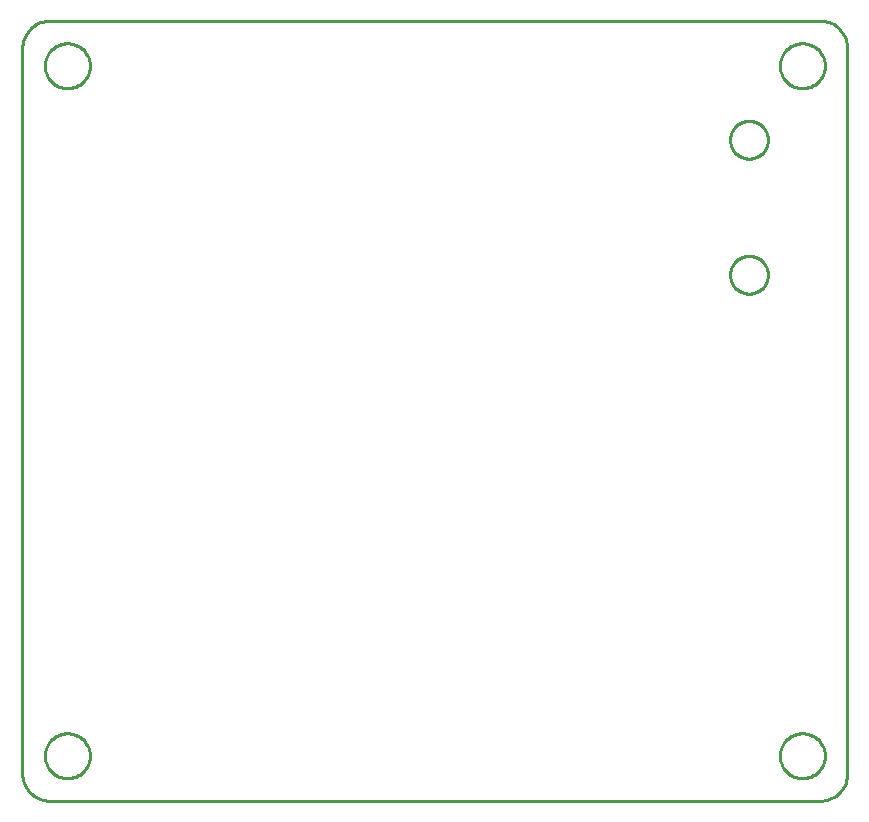
<source format=gbr>
G04 EAGLE Gerber X2 export*
%TF.Part,Single*%
%TF.FileFunction,Profile,NP*%
%TF.FilePolarity,Positive*%
%TF.GenerationSoftware,Autodesk,EAGLE,9.1.1*%
%TF.CreationDate,2018-08-07T16:54:33Z*%
G75*
%MOMM*%
%FSLAX34Y34*%
%LPD*%
%AMOC8*
5,1,8,0,0,1.08239X$1,22.5*%
G01*
%ADD10C,0.254000*%


D10*
X0Y25400D02*
X-89Y23357D01*
X0Y21313D01*
X267Y19285D01*
X710Y17288D01*
X1325Y15338D01*
X2107Y13448D01*
X3052Y11634D01*
X4151Y9909D01*
X5396Y8286D01*
X6778Y6778D01*
X8286Y5396D01*
X9909Y4151D01*
X11634Y3052D01*
X13448Y2107D01*
X15338Y1325D01*
X17288Y710D01*
X19285Y267D01*
X21313Y0D01*
X23357Y-89D01*
X25400Y0D01*
X673100Y0D01*
X675143Y-89D01*
X677187Y0D01*
X679215Y267D01*
X681212Y710D01*
X683162Y1325D01*
X685052Y2107D01*
X686866Y3052D01*
X688591Y4151D01*
X690214Y5396D01*
X691722Y6778D01*
X693104Y8286D01*
X694349Y9909D01*
X695448Y11634D01*
X696393Y13448D01*
X697175Y15338D01*
X697790Y17288D01*
X698233Y19285D01*
X698500Y21313D01*
X698589Y23357D01*
X698500Y25400D01*
X698500Y635000D01*
X698589Y637043D01*
X698500Y639087D01*
X698233Y641115D01*
X697790Y643112D01*
X697175Y645062D01*
X696393Y646952D01*
X695448Y648766D01*
X694349Y650491D01*
X693104Y652114D01*
X691722Y653622D01*
X690214Y655004D01*
X688591Y656249D01*
X686866Y657348D01*
X685052Y658293D01*
X683162Y659075D01*
X681212Y659690D01*
X679215Y660133D01*
X677187Y660400D01*
X675143Y660489D01*
X673100Y660400D01*
X25400Y660400D01*
X23357Y660489D01*
X21313Y660400D01*
X19285Y660133D01*
X17288Y659690D01*
X15338Y659075D01*
X13448Y658293D01*
X11634Y657348D01*
X9909Y656249D01*
X8286Y655004D01*
X6778Y653622D01*
X5396Y652114D01*
X4151Y650491D01*
X3052Y648766D01*
X2107Y646952D01*
X1325Y645062D01*
X710Y643112D01*
X267Y641115D01*
X0Y639087D01*
X-89Y637043D01*
X0Y635000D01*
X0Y25400D01*
X57100Y621726D02*
X57031Y620580D01*
X56892Y619440D01*
X56685Y618310D01*
X56411Y617196D01*
X56069Y616099D01*
X55662Y615026D01*
X55190Y613979D01*
X54657Y612962D01*
X54063Y611979D01*
X53411Y611034D01*
X52702Y610130D01*
X51941Y609271D01*
X51129Y608459D01*
X50270Y607698D01*
X49366Y606989D01*
X48421Y606337D01*
X47438Y605743D01*
X46421Y605210D01*
X45374Y604738D01*
X44301Y604331D01*
X43204Y603990D01*
X42090Y603715D01*
X40960Y603508D01*
X39820Y603369D01*
X38674Y603300D01*
X37526Y603300D01*
X36380Y603369D01*
X35240Y603508D01*
X34110Y603715D01*
X32996Y603990D01*
X31899Y604331D01*
X30826Y604738D01*
X29779Y605210D01*
X28762Y605743D01*
X27779Y606337D01*
X26834Y606989D01*
X25930Y607698D01*
X25071Y608459D01*
X24259Y609271D01*
X23498Y610130D01*
X22789Y611034D01*
X22137Y611979D01*
X21543Y612962D01*
X21010Y613979D01*
X20538Y615026D01*
X20131Y616099D01*
X19790Y617196D01*
X19515Y618310D01*
X19308Y619440D01*
X19169Y620580D01*
X19100Y621726D01*
X19100Y622874D01*
X19169Y624020D01*
X19308Y625160D01*
X19515Y626290D01*
X19790Y627404D01*
X20131Y628501D01*
X20538Y629574D01*
X21010Y630621D01*
X21543Y631638D01*
X22137Y632621D01*
X22789Y633566D01*
X23498Y634470D01*
X24259Y635329D01*
X25071Y636141D01*
X25930Y636902D01*
X26834Y637611D01*
X27779Y638263D01*
X28762Y638857D01*
X29779Y639390D01*
X30826Y639862D01*
X31899Y640269D01*
X32996Y640611D01*
X34110Y640885D01*
X35240Y641092D01*
X36380Y641231D01*
X37526Y641300D01*
X38674Y641300D01*
X39820Y641231D01*
X40960Y641092D01*
X42090Y640885D01*
X43204Y640611D01*
X44301Y640269D01*
X45374Y639862D01*
X46421Y639390D01*
X47438Y638857D01*
X48421Y638263D01*
X49366Y637611D01*
X50270Y636902D01*
X51129Y636141D01*
X51941Y635329D01*
X52702Y634470D01*
X53411Y633566D01*
X54063Y632621D01*
X54657Y631638D01*
X55190Y630621D01*
X55662Y629574D01*
X56069Y628501D01*
X56411Y627404D01*
X56685Y626290D01*
X56892Y625160D01*
X57031Y624020D01*
X57100Y622874D01*
X57100Y621726D01*
X57100Y37526D02*
X57031Y36380D01*
X56892Y35240D01*
X56685Y34110D01*
X56411Y32996D01*
X56069Y31899D01*
X55662Y30826D01*
X55190Y29779D01*
X54657Y28762D01*
X54063Y27779D01*
X53411Y26834D01*
X52702Y25930D01*
X51941Y25071D01*
X51129Y24259D01*
X50270Y23498D01*
X49366Y22789D01*
X48421Y22137D01*
X47438Y21543D01*
X46421Y21010D01*
X45374Y20538D01*
X44301Y20131D01*
X43204Y19790D01*
X42090Y19515D01*
X40960Y19308D01*
X39820Y19169D01*
X38674Y19100D01*
X37526Y19100D01*
X36380Y19169D01*
X35240Y19308D01*
X34110Y19515D01*
X32996Y19790D01*
X31899Y20131D01*
X30826Y20538D01*
X29779Y21010D01*
X28762Y21543D01*
X27779Y22137D01*
X26834Y22789D01*
X25930Y23498D01*
X25071Y24259D01*
X24259Y25071D01*
X23498Y25930D01*
X22789Y26834D01*
X22137Y27779D01*
X21543Y28762D01*
X21010Y29779D01*
X20538Y30826D01*
X20131Y31899D01*
X19790Y32996D01*
X19515Y34110D01*
X19308Y35240D01*
X19169Y36380D01*
X19100Y37526D01*
X19100Y38674D01*
X19169Y39820D01*
X19308Y40960D01*
X19515Y42090D01*
X19790Y43204D01*
X20131Y44301D01*
X20538Y45374D01*
X21010Y46421D01*
X21543Y47438D01*
X22137Y48421D01*
X22789Y49366D01*
X23498Y50270D01*
X24259Y51129D01*
X25071Y51941D01*
X25930Y52702D01*
X26834Y53411D01*
X27779Y54063D01*
X28762Y54657D01*
X29779Y55190D01*
X30826Y55662D01*
X31899Y56069D01*
X32996Y56411D01*
X34110Y56685D01*
X35240Y56892D01*
X36380Y57031D01*
X37526Y57100D01*
X38674Y57100D01*
X39820Y57031D01*
X40960Y56892D01*
X42090Y56685D01*
X43204Y56411D01*
X44301Y56069D01*
X45374Y55662D01*
X46421Y55190D01*
X47438Y54657D01*
X48421Y54063D01*
X49366Y53411D01*
X50270Y52702D01*
X51129Y51941D01*
X51941Y51129D01*
X52702Y50270D01*
X53411Y49366D01*
X54063Y48421D01*
X54657Y47438D01*
X55190Y46421D01*
X55662Y45374D01*
X56069Y44301D01*
X56411Y43204D01*
X56685Y42090D01*
X56892Y40960D01*
X57031Y39820D01*
X57100Y38674D01*
X57100Y37526D01*
X679400Y621726D02*
X679331Y620580D01*
X679192Y619440D01*
X678985Y618310D01*
X678711Y617196D01*
X678369Y616099D01*
X677962Y615026D01*
X677490Y613979D01*
X676957Y612962D01*
X676363Y611979D01*
X675711Y611034D01*
X675002Y610130D01*
X674241Y609271D01*
X673429Y608459D01*
X672570Y607698D01*
X671666Y606989D01*
X670721Y606337D01*
X669738Y605743D01*
X668721Y605210D01*
X667674Y604738D01*
X666601Y604331D01*
X665504Y603990D01*
X664390Y603715D01*
X663260Y603508D01*
X662120Y603369D01*
X660974Y603300D01*
X659826Y603300D01*
X658680Y603369D01*
X657540Y603508D01*
X656410Y603715D01*
X655296Y603990D01*
X654199Y604331D01*
X653126Y604738D01*
X652079Y605210D01*
X651062Y605743D01*
X650079Y606337D01*
X649134Y606989D01*
X648230Y607698D01*
X647371Y608459D01*
X646559Y609271D01*
X645798Y610130D01*
X645089Y611034D01*
X644437Y611979D01*
X643843Y612962D01*
X643310Y613979D01*
X642838Y615026D01*
X642431Y616099D01*
X642090Y617196D01*
X641815Y618310D01*
X641608Y619440D01*
X641469Y620580D01*
X641400Y621726D01*
X641400Y622874D01*
X641469Y624020D01*
X641608Y625160D01*
X641815Y626290D01*
X642090Y627404D01*
X642431Y628501D01*
X642838Y629574D01*
X643310Y630621D01*
X643843Y631638D01*
X644437Y632621D01*
X645089Y633566D01*
X645798Y634470D01*
X646559Y635329D01*
X647371Y636141D01*
X648230Y636902D01*
X649134Y637611D01*
X650079Y638263D01*
X651062Y638857D01*
X652079Y639390D01*
X653126Y639862D01*
X654199Y640269D01*
X655296Y640611D01*
X656410Y640885D01*
X657540Y641092D01*
X658680Y641231D01*
X659826Y641300D01*
X660974Y641300D01*
X662120Y641231D01*
X663260Y641092D01*
X664390Y640885D01*
X665504Y640611D01*
X666601Y640269D01*
X667674Y639862D01*
X668721Y639390D01*
X669738Y638857D01*
X670721Y638263D01*
X671666Y637611D01*
X672570Y636902D01*
X673429Y636141D01*
X674241Y635329D01*
X675002Y634470D01*
X675711Y633566D01*
X676363Y632621D01*
X676957Y631638D01*
X677490Y630621D01*
X677962Y629574D01*
X678369Y628501D01*
X678711Y627404D01*
X678985Y626290D01*
X679192Y625160D01*
X679331Y624020D01*
X679400Y622874D01*
X679400Y621726D01*
X679400Y37526D02*
X679331Y36380D01*
X679192Y35240D01*
X678985Y34110D01*
X678711Y32996D01*
X678369Y31899D01*
X677962Y30826D01*
X677490Y29779D01*
X676957Y28762D01*
X676363Y27779D01*
X675711Y26834D01*
X675002Y25930D01*
X674241Y25071D01*
X673429Y24259D01*
X672570Y23498D01*
X671666Y22789D01*
X670721Y22137D01*
X669738Y21543D01*
X668721Y21010D01*
X667674Y20538D01*
X666601Y20131D01*
X665504Y19790D01*
X664390Y19515D01*
X663260Y19308D01*
X662120Y19169D01*
X660974Y19100D01*
X659826Y19100D01*
X658680Y19169D01*
X657540Y19308D01*
X656410Y19515D01*
X655296Y19790D01*
X654199Y20131D01*
X653126Y20538D01*
X652079Y21010D01*
X651062Y21543D01*
X650079Y22137D01*
X649134Y22789D01*
X648230Y23498D01*
X647371Y24259D01*
X646559Y25071D01*
X645798Y25930D01*
X645089Y26834D01*
X644437Y27779D01*
X643843Y28762D01*
X643310Y29779D01*
X642838Y30826D01*
X642431Y31899D01*
X642090Y32996D01*
X641815Y34110D01*
X641608Y35240D01*
X641469Y36380D01*
X641400Y37526D01*
X641400Y38674D01*
X641469Y39820D01*
X641608Y40960D01*
X641815Y42090D01*
X642090Y43204D01*
X642431Y44301D01*
X642838Y45374D01*
X643310Y46421D01*
X643843Y47438D01*
X644437Y48421D01*
X645089Y49366D01*
X645798Y50270D01*
X646559Y51129D01*
X647371Y51941D01*
X648230Y52702D01*
X649134Y53411D01*
X650079Y54063D01*
X651062Y54657D01*
X652079Y55190D01*
X653126Y55662D01*
X654199Y56069D01*
X655296Y56411D01*
X656410Y56685D01*
X657540Y56892D01*
X658680Y57031D01*
X659826Y57100D01*
X660974Y57100D01*
X662120Y57031D01*
X663260Y56892D01*
X664390Y56685D01*
X665504Y56411D01*
X666601Y56069D01*
X667674Y55662D01*
X668721Y55190D01*
X669738Y54657D01*
X670721Y54063D01*
X671666Y53411D01*
X672570Y52702D01*
X673429Y51941D01*
X674241Y51129D01*
X675002Y50270D01*
X675711Y49366D01*
X676363Y48421D01*
X676957Y47438D01*
X677490Y46421D01*
X677962Y45374D01*
X678369Y44301D01*
X678711Y43204D01*
X678985Y42090D01*
X679192Y40960D01*
X679331Y39820D01*
X679400Y38674D01*
X679400Y37526D01*
X615774Y461410D02*
X616819Y461342D01*
X617858Y461205D01*
X618885Y461000D01*
X619897Y460729D01*
X620889Y460393D01*
X621857Y459992D01*
X622796Y459528D01*
X623704Y459005D01*
X624575Y458423D01*
X625406Y457785D01*
X626193Y457094D01*
X626934Y456353D01*
X627625Y455566D01*
X628263Y454735D01*
X628845Y453864D01*
X629368Y452956D01*
X629832Y452017D01*
X630233Y451049D01*
X630569Y450057D01*
X630840Y449045D01*
X631045Y448018D01*
X631182Y446979D01*
X631250Y445934D01*
X631250Y444886D01*
X631182Y443841D01*
X631045Y442802D01*
X630840Y441775D01*
X630569Y440763D01*
X630233Y439771D01*
X629832Y438803D01*
X629368Y437864D01*
X628845Y436956D01*
X628263Y436085D01*
X627625Y435254D01*
X626934Y434467D01*
X626193Y433726D01*
X625406Y433035D01*
X624575Y432398D01*
X623704Y431816D01*
X622796Y431292D01*
X621857Y430828D01*
X620889Y430427D01*
X619897Y430091D01*
X618885Y429820D01*
X617858Y429615D01*
X616819Y429479D01*
X615774Y429410D01*
X614726Y429410D01*
X613681Y429479D01*
X612642Y429615D01*
X611615Y429820D01*
X610603Y430091D01*
X609611Y430427D01*
X608643Y430828D01*
X607704Y431292D01*
X606796Y431816D01*
X605925Y432398D01*
X605094Y433035D01*
X604307Y433726D01*
X603566Y434467D01*
X602875Y435254D01*
X602238Y436085D01*
X601656Y436956D01*
X601132Y437864D01*
X600668Y438803D01*
X600267Y439771D01*
X599931Y440763D01*
X599660Y441775D01*
X599455Y442802D01*
X599319Y443841D01*
X599250Y444886D01*
X599250Y445934D01*
X599319Y446979D01*
X599455Y448018D01*
X599660Y449045D01*
X599931Y450057D01*
X600267Y451049D01*
X600668Y452017D01*
X601132Y452956D01*
X601656Y453864D01*
X602238Y454735D01*
X602875Y455566D01*
X603566Y456353D01*
X604307Y457094D01*
X605094Y457785D01*
X605925Y458423D01*
X606796Y459005D01*
X607704Y459528D01*
X608643Y459992D01*
X609611Y460393D01*
X610603Y460729D01*
X611615Y461000D01*
X612642Y461205D01*
X613681Y461342D01*
X614726Y461410D01*
X615774Y461410D01*
X615774Y575710D02*
X616819Y575642D01*
X617858Y575505D01*
X618885Y575300D01*
X619897Y575029D01*
X620889Y574693D01*
X621857Y574292D01*
X622796Y573828D01*
X623704Y573305D01*
X624575Y572723D01*
X625406Y572085D01*
X626193Y571394D01*
X626934Y570653D01*
X627625Y569866D01*
X628263Y569035D01*
X628845Y568164D01*
X629368Y567256D01*
X629832Y566317D01*
X630233Y565349D01*
X630569Y564357D01*
X630840Y563345D01*
X631045Y562318D01*
X631182Y561279D01*
X631250Y560234D01*
X631250Y559186D01*
X631182Y558141D01*
X631045Y557102D01*
X630840Y556075D01*
X630569Y555063D01*
X630233Y554071D01*
X629832Y553103D01*
X629368Y552164D01*
X628845Y551256D01*
X628263Y550385D01*
X627625Y549554D01*
X626934Y548767D01*
X626193Y548026D01*
X625406Y547335D01*
X624575Y546698D01*
X623704Y546116D01*
X622796Y545592D01*
X621857Y545128D01*
X620889Y544727D01*
X619897Y544391D01*
X618885Y544120D01*
X617858Y543915D01*
X616819Y543779D01*
X615774Y543710D01*
X614726Y543710D01*
X613681Y543779D01*
X612642Y543915D01*
X611615Y544120D01*
X610603Y544391D01*
X609611Y544727D01*
X608643Y545128D01*
X607704Y545592D01*
X606796Y546116D01*
X605925Y546698D01*
X605094Y547335D01*
X604307Y548026D01*
X603566Y548767D01*
X602875Y549554D01*
X602238Y550385D01*
X601656Y551256D01*
X601132Y552164D01*
X600668Y553103D01*
X600267Y554071D01*
X599931Y555063D01*
X599660Y556075D01*
X599455Y557102D01*
X599319Y558141D01*
X599250Y559186D01*
X599250Y560234D01*
X599319Y561279D01*
X599455Y562318D01*
X599660Y563345D01*
X599931Y564357D01*
X600267Y565349D01*
X600668Y566317D01*
X601132Y567256D01*
X601656Y568164D01*
X602238Y569035D01*
X602875Y569866D01*
X603566Y570653D01*
X604307Y571394D01*
X605094Y572085D01*
X605925Y572723D01*
X606796Y573305D01*
X607704Y573828D01*
X608643Y574292D01*
X609611Y574693D01*
X610603Y575029D01*
X611615Y575300D01*
X612642Y575505D01*
X613681Y575642D01*
X614726Y575710D01*
X615774Y575710D01*
M02*

</source>
